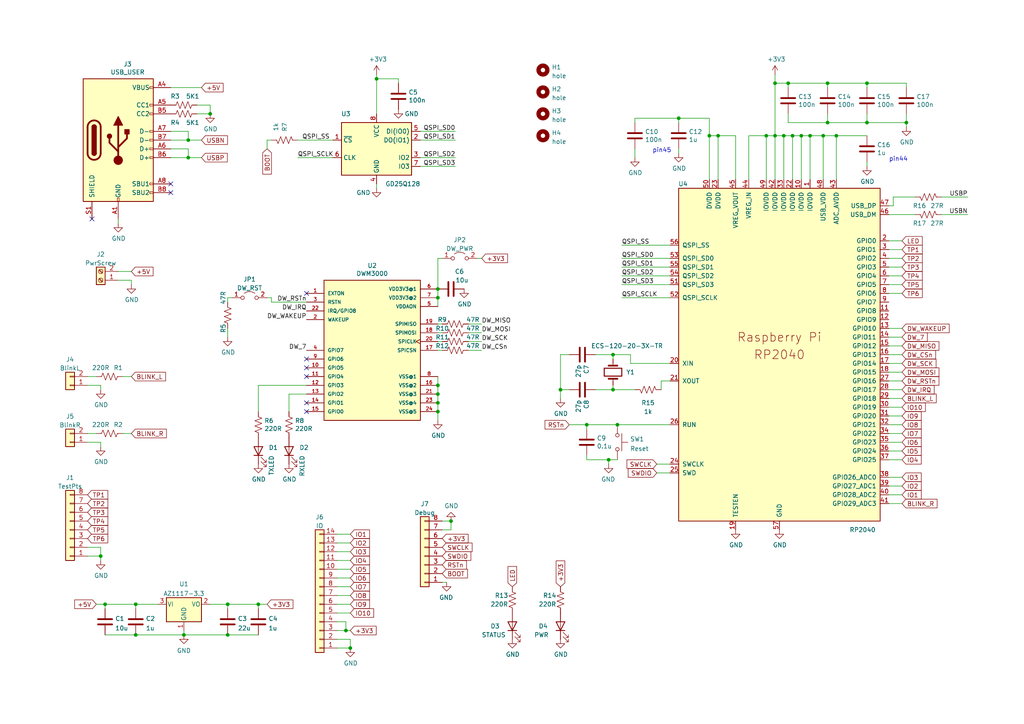
<source format=kicad_sch>
(kicad_sch (version 20211123) (generator eeschema)
  (paper "A4")
  (junction (at 251.46 35.56))
  (junction (at 39.37 175.26))
  (junction (at 127 86.36))
  (junction (at 205.74 39.37))
  (junction (at 127 111.76))
  (junction (at 179.07 123.19))
  (junction (at 74.93 175.26))
  (junction (at 224.79 24.13))
  (junction (at 229.87 39.37))
  (junction (at 238.76 39.37))
  (junction (at 101.6 187.96))
  (junction (at 66.04 184.15))
  (junction (at 242.57 39.37))
  (junction (at 222.25 39.37))
  (junction (at 54.61 45.72))
  (junction (at 127 116.84))
  (junction (at 162.56 113.03))
  (junction (at 30.48 175.26))
  (junction (at 109.22 22.86))
  (junction (at 53.34 184.15))
  (junction (at 100.33 182.88))
  (junction (at 240.03 24.13))
  (junction (at 224.79 39.37))
  (junction (at 60.96 33.02))
  (junction (at 127 83.82))
  (junction (at 54.61 40.64))
  (junction (at 127 114.3))
  (junction (at 228.6 24.13))
  (junction (at 232.41 39.37))
  (junction (at 130.81 151.13))
  (junction (at 227.33 39.37))
  (junction (at 262.89 35.56))
  (junction (at 39.37 184.15))
  (junction (at 208.28 39.37))
  (junction (at 196.85 34.29))
  (junction (at 240.03 35.56))
  (junction (at 127 119.38))
  (junction (at 176.53 133.35))
  (junction (at 66.04 175.26))
  (junction (at 177.8 113.03))
  (junction (at 177.8 102.87))
  (junction (at 170.18 123.19))
  (junction (at 251.46 24.13))
  (junction (at 234.95 39.37))
  (junction (at 29.21 161.29))
  (no_connect (at 26.67 63.5))
  (no_connect (at 88.9 85.09))
  (no_connect (at 88.9 104.14))
  (no_connect (at 88.9 116.84))
  (no_connect (at 88.9 119.38))
  (no_connect (at 49.53 53.34))
  (no_connect (at 88.9 109.22))
  (no_connect (at 88.9 106.68))
  (no_connect (at 49.53 55.88))
  (wire (pts (xy 66.04 95.25) (xy 66.04 97.79)))
  (wire (pts (xy 39.37 184.15) (xy 53.34 184.15)))
  (wire (pts (xy 196.85 35.56) (xy 196.85 34.29)))
  (wire (pts (xy 109.22 53.34) (xy 109.22 54.61)))
  (wire (pts (xy 232.41 39.37) (xy 234.95 39.37)))
  (wire (pts (xy 240.03 24.13) (xy 251.46 24.13)))
  (wire (pts (xy 49.53 25.4) (xy 58.42 25.4)))
  (wire (pts (xy 29.21 161.29) (xy 29.21 162.56)))
  (wire (pts (xy 25.4 109.22) (xy 27.94 109.22)))
  (wire (pts (xy 194.31 105.41) (xy 182.88 105.41)))
  (wire (pts (xy 60.96 33.02) (xy 57.15 33.02)))
  (wire (pts (xy 196.85 34.29) (xy 205.74 34.29)))
  (wire (pts (xy 162.56 102.87) (xy 165.1 102.87)))
  (wire (pts (xy 262.89 33.02) (xy 262.89 35.56)))
  (wire (pts (xy 74.93 175.26) (xy 74.93 176.53)))
  (wire (pts (xy 97.79 180.34) (xy 100.33 180.34)))
  (wire (pts (xy 251.46 24.13) (xy 262.89 24.13)))
  (wire (pts (xy 97.79 167.64) (xy 101.6 167.64)))
  (wire (pts (xy 25.4 158.75) (xy 29.21 158.75)))
  (wire (pts (xy 86.36 40.64) (xy 96.52 40.64)))
  (wire (pts (xy 257.81 100.33) (xy 261.62 100.33)))
  (wire (pts (xy 127 109.22) (xy 127 111.76)))
  (wire (pts (xy 242.57 39.37) (xy 242.57 52.07)))
  (wire (pts (xy 257.81 120.65) (xy 261.62 120.65)))
  (wire (pts (xy 257.81 97.79) (xy 261.62 97.79)))
  (wire (pts (xy 54.61 43.18) (xy 54.61 45.72)))
  (wire (pts (xy 54.61 45.72) (xy 58.42 45.72)))
  (wire (pts (xy 128.27 99.06) (xy 127 99.06)))
  (wire (pts (xy 224.79 24.13) (xy 224.79 39.37)))
  (wire (pts (xy 194.31 86.36) (xy 180.34 86.36)))
  (wire (pts (xy 232.41 52.07) (xy 232.41 39.37)))
  (wire (pts (xy 29.21 128.27) (xy 29.21 129.54)))
  (wire (pts (xy 97.79 162.56) (xy 101.6 162.56)))
  (wire (pts (xy 180.34 80.01) (xy 194.31 80.01)))
  (wire (pts (xy 176.53 133.35) (xy 176.53 134.62)))
  (wire (pts (xy 170.18 132.08) (xy 170.18 133.35)))
  (wire (pts (xy 35.56 125.73) (xy 38.1 125.73)))
  (wire (pts (xy 194.31 71.12) (xy 180.34 71.12)))
  (wire (pts (xy 228.6 25.4) (xy 228.6 24.13)))
  (wire (pts (xy 217.17 39.37) (xy 222.25 39.37)))
  (wire (pts (xy 190.5 137.16) (xy 194.31 137.16)))
  (wire (pts (xy 127 74.93) (xy 127 83.82)))
  (wire (pts (xy 162.56 113.03) (xy 165.1 113.03)))
  (wire (pts (xy 262.89 25.4) (xy 262.89 24.13)))
  (wire (pts (xy 184.15 34.29) (xy 184.15 35.56)))
  (wire (pts (xy 127 83.82) (xy 127 86.36)))
  (wire (pts (xy 39.37 175.26) (xy 30.48 175.26)))
  (wire (pts (xy 77.47 86.36) (xy 78.74 86.36)))
  (wire (pts (xy 135.89 99.06) (xy 139.7 99.06)))
  (wire (pts (xy 259.08 59.69) (xy 259.08 57.15)))
  (wire (pts (xy 39.37 175.26) (xy 39.37 176.53)))
  (wire (pts (xy 257.81 146.05) (xy 261.62 146.05)))
  (wire (pts (xy 257.81 102.87) (xy 261.62 102.87)))
  (wire (pts (xy 240.03 35.56) (xy 228.6 35.56)))
  (wire (pts (xy 257.81 82.55) (xy 261.62 82.55)))
  (wire (pts (xy 177.8 102.87) (xy 182.88 102.87)))
  (wire (pts (xy 257.81 133.35) (xy 261.62 133.35)))
  (wire (pts (xy 208.28 52.07) (xy 208.28 39.37)))
  (wire (pts (xy 257.81 85.09) (xy 261.62 85.09)))
  (wire (pts (xy 208.28 39.37) (xy 205.74 39.37)))
  (wire (pts (xy 257.81 69.85) (xy 261.62 69.85)))
  (wire (pts (xy 34.29 63.5) (xy 34.29 64.77)))
  (wire (pts (xy 97.79 177.8) (xy 101.6 177.8)))
  (wire (pts (xy 190.5 134.62) (xy 194.31 134.62)))
  (wire (pts (xy 176.53 133.35) (xy 179.07 133.35)))
  (wire (pts (xy 177.8 113.03) (xy 177.8 111.76)))
  (wire (pts (xy 138.43 74.93) (xy 139.7 74.93)))
  (wire (pts (xy 172.72 102.87) (xy 177.8 102.87)))
  (wire (pts (xy 238.76 52.07) (xy 238.76 39.37)))
  (wire (pts (xy 257.81 62.23) (xy 265.43 62.23)))
  (wire (pts (xy 259.08 57.15) (xy 265.43 57.15)))
  (wire (pts (xy 97.79 175.26) (xy 101.6 175.26)))
  (wire (pts (xy 179.07 123.19) (xy 194.31 123.19)))
  (wire (pts (xy 234.95 39.37) (xy 234.95 52.07)))
  (wire (pts (xy 217.17 52.07) (xy 217.17 39.37)))
  (wire (pts (xy 182.88 102.87) (xy 182.88 105.41)))
  (wire (pts (xy 66.04 175.26) (xy 74.93 175.26)))
  (wire (pts (xy 130.81 151.13) (xy 128.27 151.13)))
  (wire (pts (xy 196.85 43.18) (xy 196.85 44.45)))
  (wire (pts (xy 251.46 46.99) (xy 251.46 48.26)))
  (wire (pts (xy 34.29 78.74) (xy 38.1 78.74)))
  (wire (pts (xy 27.94 175.26) (xy 30.48 175.26)))
  (wire (pts (xy 101.6 187.96) (xy 101.6 185.42)))
  (wire (pts (xy 229.87 52.07) (xy 229.87 39.37)))
  (wire (pts (xy 228.6 24.13) (xy 240.03 24.13)))
  (wire (pts (xy 273.05 62.23) (xy 280.67 62.23)))
  (wire (pts (xy 257.81 95.25) (xy 261.62 95.25)))
  (wire (pts (xy 229.87 39.37) (xy 232.41 39.37)))
  (wire (pts (xy 49.53 45.72) (xy 54.61 45.72)))
  (wire (pts (xy 57.15 30.48) (xy 60.96 30.48)))
  (wire (pts (xy 109.22 21.59) (xy 109.22 22.86)))
  (wire (pts (xy 257.81 118.11) (xy 261.62 118.11)))
  (wire (pts (xy 184.15 43.18) (xy 184.15 45.72)))
  (wire (pts (xy 25.4 161.29) (xy 29.21 161.29)))
  (wire (pts (xy 251.46 33.02) (xy 251.46 35.56)))
  (wire (pts (xy 115.57 22.86) (xy 109.22 22.86)))
  (wire (pts (xy 251.46 35.56) (xy 240.03 35.56)))
  (wire (pts (xy 191.77 113.03) (xy 191.77 110.49)))
  (wire (pts (xy 30.48 184.15) (xy 39.37 184.15)))
  (wire (pts (xy 83.82 114.3) (xy 83.82 119.38)))
  (wire (pts (xy 25.4 125.73) (xy 27.94 125.73)))
  (wire (pts (xy 29.21 111.76) (xy 29.21 113.03)))
  (wire (pts (xy 127 101.6) (xy 128.27 101.6)))
  (wire (pts (xy 127 96.52) (xy 128.27 96.52)))
  (wire (pts (xy 88.9 87.63) (xy 78.74 87.63)))
  (wire (pts (xy 240.03 25.4) (xy 240.03 24.13)))
  (wire (pts (xy 127 119.38) (xy 127 121.92)))
  (wire (pts (xy 38.1 81.28) (xy 38.1 82.55)))
  (wire (pts (xy 139.7 101.6) (xy 135.89 101.6)))
  (wire (pts (xy 257.81 110.49) (xy 261.62 110.49)))
  (wire (pts (xy 135.89 93.98) (xy 139.7 93.98)))
  (wire (pts (xy 74.93 111.76) (xy 74.93 119.38)))
  (wire (pts (xy 262.89 35.56) (xy 251.46 35.56)))
  (wire (pts (xy 97.79 160.02) (xy 101.6 160.02)))
  (wire (pts (xy 227.33 39.37) (xy 229.87 39.37)))
  (wire (pts (xy 97.79 170.18) (xy 101.6 170.18)))
  (wire (pts (xy 213.36 39.37) (xy 208.28 39.37)))
  (wire (pts (xy 213.36 52.07) (xy 213.36 39.37)))
  (wire (pts (xy 180.34 74.93) (xy 194.31 74.93)))
  (wire (pts (xy 97.79 172.72) (xy 101.6 172.72)))
  (wire (pts (xy 97.79 182.88) (xy 100.33 182.88)))
  (wire (pts (xy 180.34 82.55) (xy 194.31 82.55)))
  (wire (pts (xy 128.27 74.93) (xy 127 74.93)))
  (wire (pts (xy 25.4 128.27) (xy 29.21 128.27)))
  (wire (pts (xy 86.36 45.72) (xy 96.52 45.72)))
  (wire (pts (xy 121.92 38.1) (xy 132.08 38.1)))
  (wire (pts (xy 257.81 80.01) (xy 261.62 80.01)))
  (wire (pts (xy 30.48 175.26) (xy 30.48 176.53)))
  (wire (pts (xy 172.72 113.03) (xy 177.8 113.03)))
  (wire (pts (xy 262.89 35.56) (xy 262.89 36.83)))
  (wire (pts (xy 257.81 77.47) (xy 261.62 77.47)))
  (wire (pts (xy 66.04 175.26) (xy 66.04 176.53)))
  (wire (pts (xy 242.57 39.37) (xy 251.46 39.37)))
  (wire (pts (xy 67.31 86.36) (xy 66.04 86.36)))
  (wire (pts (xy 77.47 40.64) (xy 78.74 40.64)))
  (wire (pts (xy 115.57 24.13) (xy 115.57 22.86)))
  (wire (pts (xy 121.92 48.26) (xy 132.08 48.26)))
  (wire (pts (xy 128.27 153.67) (xy 130.81 153.67)))
  (wire (pts (xy 121.92 45.72) (xy 132.08 45.72)))
  (wire (pts (xy 29.21 158.75) (xy 29.21 161.29)))
  (wire (pts (xy 273.05 57.15) (xy 280.67 57.15)))
  (wire (pts (xy 97.79 154.94) (xy 101.6 154.94)))
  (wire (pts (xy 222.25 39.37) (xy 224.79 39.37)))
  (wire (pts (xy 100.33 180.34) (xy 100.33 182.88)))
  (wire (pts (xy 109.22 22.86) (xy 109.22 33.02)))
  (wire (pts (xy 49.53 43.18) (xy 54.61 43.18)))
  (wire (pts (xy 257.81 113.03) (xy 261.62 113.03)))
  (wire (pts (xy 128.27 168.91) (xy 129.54 168.91)))
  (wire (pts (xy 240.03 33.02) (xy 240.03 35.56)))
  (wire (pts (xy 139.7 96.52) (xy 135.89 96.52)))
  (wire (pts (xy 34.29 81.28) (xy 38.1 81.28)))
  (wire (pts (xy 170.18 123.19) (xy 179.07 123.19)))
  (wire (pts (xy 83.82 114.3) (xy 88.9 114.3)))
  (wire (pts (xy 257.81 74.93) (xy 261.62 74.93)))
  (wire (pts (xy 66.04 86.36) (xy 66.04 87.63)))
  (wire (pts (xy 127 114.3) (xy 127 111.76)))
  (wire (pts (xy 170.18 123.19) (xy 170.18 124.46)))
  (wire (pts (xy 257.81 105.41) (xy 261.62 105.41)))
  (wire (pts (xy 49.53 38.1) (xy 54.61 38.1)))
  (wire (pts (xy 257.81 128.27) (xy 261.62 128.27)))
  (wire (pts (xy 165.1 123.19) (xy 170.18 123.19)))
  (wire (pts (xy 162.56 102.87) (xy 162.56 113.03)))
  (wire (pts (xy 257.81 115.57) (xy 261.62 115.57)))
  (wire (pts (xy 60.96 175.26) (xy 66.04 175.26)))
  (wire (pts (xy 257.81 138.43) (xy 261.62 138.43)))
  (wire (pts (xy 177.8 102.87) (xy 177.8 104.14)))
  (wire (pts (xy 130.81 153.67) (xy 130.81 151.13)))
  (wire (pts (xy 170.18 133.35) (xy 176.53 133.35)))
  (wire (pts (xy 251.46 25.4) (xy 251.46 24.13)))
  (wire (pts (xy 66.04 184.15) (xy 74.93 184.15)))
  (wire (pts (xy 257.81 72.39) (xy 261.62 72.39)))
  (wire (pts (xy 97.79 165.1) (xy 101.6 165.1)))
  (wire (pts (xy 97.79 157.48) (xy 101.6 157.48)))
  (wire (pts (xy 222.25 52.07) (xy 222.25 39.37)))
  (wire (pts (xy 162.56 113.03) (xy 162.56 115.57)))
  (wire (pts (xy 257.81 143.51) (xy 261.62 143.51)))
  (wire (pts (xy 224.79 24.13) (xy 228.6 24.13)))
  (wire (pts (xy 227.33 52.07) (xy 227.33 39.37)))
  (wire (pts (xy 234.95 39.37) (xy 238.76 39.37)))
  (wire (pts (xy 100.33 182.88) (xy 101.6 182.88)))
  (wire (pts (xy 224.79 39.37) (xy 227.33 39.37)))
  (wire (pts (xy 205.74 34.29) (xy 205.74 39.37)))
  (wire (pts (xy 53.34 182.88) (xy 53.34 184.15)))
  (wire (pts (xy 224.79 21.59) (xy 224.79 24.13)))
  (wire (pts (xy 228.6 33.02) (xy 228.6 35.56)))
  (wire (pts (xy 257.81 59.69) (xy 259.08 59.69)))
  (wire (pts (xy 238.76 39.37) (xy 242.57 39.37)))
  (wire (pts (xy 74.93 175.26) (xy 77.47 175.26)))
  (wire (pts (xy 257.81 125.73) (xy 261.62 125.73)))
  (wire (pts (xy 53.34 184.15) (xy 66.04 184.15)))
  (wire (pts (xy 54.61 40.64) (xy 58.42 40.64)))
  (wire (pts (xy 257.81 130.81) (xy 261.62 130.81)))
  (wire (pts (xy 205.74 39.37) (xy 205.74 52.07)))
  (wire (pts (xy 54.61 38.1) (xy 54.61 40.64)))
  (wire (pts (xy 121.92 40.64) (xy 132.08 40.64)))
  (wire (pts (xy 127 86.36) (xy 127 88.9)))
  (wire (pts (xy 180.34 77.47) (xy 194.31 77.47)))
  (wire (pts (xy 49.53 40.64) (xy 54.61 40.64)))
  (wire (pts (xy 74.93 111.76) (xy 88.9 111.76)))
  (wire (pts (xy 97.79 187.96) (xy 101.6 187.96)))
  (wire (pts (xy 35.56 109.22) (xy 38.1 109.22)))
  (wire (pts (xy 177.8 113.03) (xy 184.15 113.03)))
  (wire (pts (xy 97.79 185.42) (xy 101.6 185.42)))
  (wire (pts (xy 127 116.84) (xy 127 114.3)))
  (wire (pts (xy 257.81 107.95) (xy 261.62 107.95)))
  (wire (pts (xy 257.81 140.97) (xy 261.62 140.97)))
  (wire (pts (xy 127 119.38) (xy 127 116.84)))
  (wire (pts (xy 78.74 87.63) (xy 78.74 86.36)))
  (wire (pts (xy 128.27 93.98) (xy 127 93.98)))
  (wire (pts (xy 196.85 34.29) (xy 184.15 34.29)))
  (wire (pts (xy 60.96 30.48) (xy 60.96 33.02)))
  (wire (pts (xy 25.4 111.76) (xy 29.21 111.76)))
  (wire (pts (xy 257.81 123.19) (xy 261.62 123.19)))
  (wire (pts (xy 224.79 52.07) (xy 224.79 39.37)))
  (wire (pts (xy 77.47 40.64) (xy 77.47 43.18)))
  (wire (pts (xy 191.77 110.49) (xy 194.31 110.49)))
  (wire (pts (xy 45.72 175.26) (xy 39.37 175.26)))
  (text "pin44" (at 257.81 46.99 0) (effects (font (size 1.27 1.27)) (justify left bottom)))
  (text "pin45" (at 189.23 44.45 0) (effects (font (size 1.27 1.27)) (justify left bottom)))
  (label "DW_7" (at 88.9 101.6 180))
  (label "USBP" (at 280.67 57.15 180))
  (label "DW_MISO" (at 139.7 93.98 0))
  (label "DW_WAKEUP" (at 88.9 92.71 180))
  (label "QSPI_SD0" (at 180.34 74.93 0))
  (label "QSPI_SS" (at 87.63 40.64 0))
  (label "DW_RSTn" (at 88.9 87.63 180))
  (label "QSPI_SD3" (at 180.34 82.55 0))
  (label "QSPI_SD3" (at 132.08 48.26 180))
  (label "QSPI_SD1" (at 132.08 40.64 180))
  (label "QSPI_SCLK" (at 180.34 86.36 0))
  (label "QSPI_SD2" (at 180.34 80.01 0))
  (label "QSPI_SCLK" (at 86.36 45.72 0))
  (label "DW_CSn" (at 139.7 101.6 0))
  (label "DW_IRQ" (at 88.9 90.17 180))
  (label "DW_MOSI" (at 139.7 96.52 0))
  (label "QSPI_SS" (at 180.34 71.12 0))
  (label "QSPI_SD1" (at 180.34 77.47 0))
  (label "DW_SCK" (at 139.7 99.06 0))
  (label "USBN" (at 280.67 62.23 180))
  (label "QSPI_SD0" (at 132.08 38.1 180))
  (label "QSPI_SD2" (at 132.08 45.72 180))
  (global_label "IO5" (shape input) (at 261.62 130.81 0) (property "Intersheet References" "${INTERSHEET_REFS}" (effects hide)))
  (global_label "DW_MOSI" (shape input) (at 261.62 107.95 0) (property "Intersheet References" "${INTERSHEET_REFS}" (effects hide)))
  (global_label "TP3" (shape input) (at 25.4 148.59 0) (property "Intersheet References" "${INTERSHEET_REFS}" (effects hide)))
  (global_label "+3V3" (shape input) (at 139.7 74.93 0) (property "Intersheet References" "${INTERSHEET_REFS}" (effects hide)))
  (global_label "USBP" (shape input) (at 58.42 45.72 0) (property "Intersheet References" "${INTERSHEET_REFS}" (effects hide)))
  (global_label "+5V" (shape input) (at 38.1 78.74 0) (property "Intersheet References" "${INTERSHEET_REFS}" (effects hide)))
  (global_label "TP5" (shape input) (at 25.4 153.67 0) (property "Intersheet References" "${INTERSHEET_REFS}" (effects hide)))
  (global_label "BOOT" (shape input) (at 128.27 166.37 0) (property "Intersheet References" "${INTERSHEET_REFS}" (effects hide)))
  (global_label "DW_IRQ" (shape input) (at 261.62 113.03 0) (property "Intersheet References" "${INTERSHEET_REFS}" (effects hide)))
  (global_label "IO6" (shape input) (at 261.62 128.27 0) (property "Intersheet References" "${INTERSHEET_REFS}" (effects hide)))
  (global_label "+3V3" (shape input) (at 101.6 182.88 0) (property "Intersheet References" "${INTERSHEET_REFS}" (effects hide)))
  (global_label "TP1" (shape input) (at 25.4 143.51 0) (property "Intersheet References" "${INTERSHEET_REFS}" (effects hide)))
  (global_label "+5V" (shape input) (at 27.94 175.26 180) (property "Intersheet References" "${INTERSHEET_REFS}" (effects hide)))
  (global_label "SWCLK" (shape input) (at 128.27 158.75 0) (property "Intersheet References" "${INTERSHEET_REFS}" (effects hide)))
  (global_label "IO6" (shape input) (at 101.6 167.64 0) (property "Intersheet References" "${INTERSHEET_REFS}" (effects hide)))
  (global_label "IO8" (shape input) (at 261.62 123.19 0) (property "Intersheet References" "${INTERSHEET_REFS}" (effects hide)))
  (global_label "IO3" (shape input) (at 101.6 160.02 0) (property "Intersheet References" "${INTERSHEET_REFS}" (effects hide)))
  (global_label "IO2" (shape input) (at 101.6 157.48 0) (property "Intersheet References" "${INTERSHEET_REFS}" (effects hide)))
  (global_label "SWDIO" (shape input) (at 128.27 161.29 0) (property "Intersheet References" "${INTERSHEET_REFS}" (effects hide)))
  (global_label "TP5" (shape input) (at 261.62 82.55 0) (property "Intersheet References" "${INTERSHEET_REFS}" (effects hide)))
  (global_label "LED" (shape input) (at 148.59 170.18 90) (property "Intersheet References" "${INTERSHEET_REFS}" (effects hide)))
  (global_label "IO1" (shape input) (at 261.62 143.51 0) (property "Intersheet References" "${INTERSHEET_REFS}" (effects hide)))
  (global_label "DW_RSTn" (shape input) (at 261.62 110.49 0) (property "Intersheet References" "${INTERSHEET_REFS}" (effects hide)))
  (global_label "DW_WAKEUP" (shape input) (at 261.62 95.25 0) (property "Intersheet References" "${INTERSHEET_REFS}" (effects hide)))
  (global_label "+3V3" (shape input) (at 128.27 156.21 0) (property "Intersheet References" "${INTERSHEET_REFS}" (effects hide)))
  (global_label "TP4" (shape input) (at 25.4 151.13 0) (property "Intersheet References" "${INTERSHEET_REFS}" (effects hide)))
  (global_label "BLINK_L" (shape input) (at 38.1 109.22 0) (property "Intersheet References" "${INTERSHEET_REFS}" (effects hide)))
  (global_label "RSTn" (shape input) (at 165.1 123.19 180) (property "Intersheet References" "${INTERSHEET_REFS}" (effects hide)))
  (global_label "BLINK_R" (shape input) (at 38.1 125.73 0) (property "Intersheet References" "${INTERSHEET_REFS}" (effects hide)))
  (global_label "IO7" (shape input) (at 101.6 170.18 0) (property "Intersheet References" "${INTERSHEET_REFS}" (effects hide)))
  (global_label "SWCLK" (shape input) (at 190.5 134.62 180) (property "Intersheet References" "${INTERSHEET_REFS}" (effects hide)))
  (global_label "DW_SCK" (shape input) (at 261.62 105.41 0) (property "Intersheet References" "${INTERSHEET_REFS}" (effects hide)))
  (global_label "+3V3" (shape input) (at 77.47 175.26 0) (property "Intersheet References" "${INTERSHEET_REFS}" (effects hide)))
  (global_label "TP2" (shape input) (at 261.62 74.93 0) (property "Intersheet References" "${INTERSHEET_REFS}" (effects hide)))
  (global_label "+5V" (shape input) (at 58.42 25.4 0) (property "Intersheet References" "${INTERSHEET_REFS}" (effects hide)))
  (global_label "TP1" (shape input) (at 261.62 72.39 0) (property "Intersheet References" "${INTERSHEET_REFS}" (effects hide)))
  (global_label "IO7" (shape input) (at 261.62 125.73 0) (property "Intersheet References" "${INTERSHEET_REFS}" (effects hide)))
  (global_label "+3V3" (shape input) (at 162.56 170.18 90) (property "Intersheet References" "${INTERSHEET_REFS}" (effects hide)))
  (global_label "BLINK_L" (shape input) (at 261.62 115.57 0) (property "Intersheet References" "${INTERSHEET_REFS}" (effects hide)))
  (global_label "IO10" (shape input) (at 101.6 177.8 0) (property "Intersheet References" "${INTERSHEET_REFS}" (effects hide)))
  (global_label "IO8" (shape input) (at 101.6 172.72 0) (property "Intersheet References" "${INTERSHEET_REFS}" (effects hide)))
  (global_label "IO2" (shape input) (at 261.62 140.97 0) (property "Intersheet References" "${INTERSHEET_REFS}" (effects hide)))
  (global_label "TP2" (shape input) (at 25.4 146.05 0) (property "Intersheet References" "${INTERSHEET_REFS}" (effects hide)))
  (global_label "BLINK_R" (shape input) (at 261.62 146.05 0) (property "Intersheet References" "${INTERSHEET_REFS}" (effects hide)))
  (global_label "LED" (shape input) (at 261.62 69.85 0) (property "Intersheet References" "${INTERSHEET_REFS}" (effects hide)))
  (global_label "DW_CSn" (shape input) (at 261.62 102.87 0) (property "Intersheet References" "${INTERSHEET_REFS}" (effects hide)))
  (global_label "TP4" (shape input) (at 261.62 80.01 0) (property "Intersheet References" "${INTERSHEET_REFS}" (effects hide)))
  (global_label "USBN" (shape input) (at 58.42 40.64 0) (property "Intersheet References" "${INTERSHEET_REFS}" (effects hide)))
  (global_label "BOOT" (shape input) (at 77.47 43.18 270) (property "Intersheet References" "${INTERSHEET_REFS}" (effects hide)))
  (global_label "RSTn" (shape input) (at 128.27 163.83 0) (property "Intersheet References" "${INTERSHEET_REFS}" (effects hide)))
  (global_label "TP6" (shape input) (at 25.4 156.21 0) (property "Intersheet References" "${INTERSHEET_REFS}" (effects hide)))
  (global_label "TP6" (shape input) (at 261.62 85.09 0) (property "Intersheet References" "${INTERSHEET_REFS}" (effects hide)))
  (global_label "IO9" (shape input) (at 101.6 175.26 0) (property "Intersheet References" "${INTERSHEET_REFS}" (effects hide)))
  (global_label "IO1" (shape input) (at 101.6 154.94 0) (property "Intersheet References" "${INTERSHEET_REFS}" (effects hide)))
  (global_label "DW_7" (shape input) (at 261.62 97.79 0) (property "Intersheet References" "${INTERSHEET_REFS}" (effects hide)))
  (global_label "TP3" (shape input) (at 261.62 77.47 0) (property "Intersheet References" "${INTERSHEET_REFS}" (effects hide)))
  (global_label "IO4" (shape input) (at 261.62 133.35 0) (property "Intersheet References" "${INTERSHEET_REFS}" (effects hide)))
  (global_label "IO10" (shape input) (at 261.62 118.11 0) (property "Intersheet References" "${INTERSHEET_REFS}" (effects hide)))
  (global_label "IO3" (shape input) (at 261.62 138.43 0) (property "Intersheet References" "${INTERSHEET_REFS}" (effects hide)))
  (global_label "DW_MISO" (shape input) (at 261.62 100.33 0) (property "Intersheet References" "${INTERSHEET_REFS}" (effects hide)))
  (global_label "SWDIO" (shape input) (at 190.5 137.16 180) (property "Intersheet References" "${INTERSHEET_REFS}" (effects hide)))
  (global_label "IO4" (shape input) (at 101.6 162.56 0) (property "Intersheet References" "${INTERSHEET_REFS}" (effects hide)))
  (global_label "IO5" (shape input) (at 101.6 165.1 0) (property "Intersheet References" "${INTERSHEET_REFS}" (effects hide)))
  (global_label "IO9" (shape input) (at 261.62 120.65 0) (property "Intersheet References" "${INTERSHEET_REFS}" (effects hide)))
  (symbol (lib_id "power:GND") (at 29.21 113.03 0) (unit 1)
    (property "Reference" "#PWR04" (effects hide))
    (property "Value" "GND" (at 29.337 117.4242 0))
  )
  (symbol (lib_id "Mechanical:MountingHole") (at 157.48 26.67 0) (unit 1)
    (property "Reference" "H2" (at 160.02 25.8353 0) (effects (justify left)))
    (property "Value" "hole" (at 160.02 28.3722 0) (effects (justify left)))
    (property "Footprint" "MountingHole:MountingHole_3.2mm_M3_Pad_Via" (effects hide))
  )
  (symbol (lib_id "power:+3V3") (at 109.22 21.59 0) (unit 1)
    (property "Reference" "#PWR012" (effects hide))
    (property "Value" "+3V3" (at 109.601 17.1958 0))
  )
  (symbol (lib_id "Device:C") (at 228.6 29.21 0) (unit 1)
    (property "Reference" "C13" (at 231.521 28.0416 0) (effects (justify left)))
    (property "Value" "100n" (at 231.521 30.353 0) (effects (justify left)))
    (property "Footprint" "Capacitor_SMD:C_0603_1608Metric" (effects hide))
  )
  (symbol (lib_id "Device:R_US") (at 53.34 30.48 90) (unit 1)
    (property "Reference" "R3" (at 50.8 27.94 90))
    (property "Value" "5K1" (at 55.88 27.94 90))
    (property "Footprint" "Resistor_SMD:R_0603_1608Metric" (effects hide))
  )
  (symbol (lib_id "power:GND") (at 115.57 31.75 0) (unit 1)
    (property "Reference" "#PWR014" (effects hide))
    (property "Value" "GND" (at 119.38 33.02 0))
  )
  (symbol (lib_id "Mechanical:MountingHole") (at 157.48 39.37 0) (unit 1)
    (property "Reference" "H4" (at 160.02 38.5353 0) (effects (justify left)))
    (property "Value" "hole" (at 160.02 41.0722 0) (effects (justify left)))
    (property "Footprint" "MountingHole:MountingHole_3.2mm_M3_Pad_Via" (effects hide))
  )
  (symbol (lib_id "power:GND") (at 184.15 45.72 0) (unit 1)
    (property "Reference" "#PWR023" (effects hide))
    (property "Value" "GND" (at 184.277 50.1142 0))
  )
  (symbol (lib_id "Device:LED") (at 162.56 181.61 90) (unit 1)
    (property "Reference" "D4" (at 156.21 181.61 90) (effects (justify right)))
    (property "Value" "PWR" (at 154.94 184.15 90) (effects (justify right)))
    (property "Footprint" "LED_SMD:LED_0805_2012Metric" (effects hide))
  )
  (symbol (lib_id "Device:R_US") (at 53.34 33.02 90) (unit 1)
    (property "Reference" "R4" (at 50.8 35.56 90))
    (property "Value" "5K1" (at 55.88 35.56 90))
    (property "Footprint" "Resistor_SMD:R_0603_1608Metric" (effects hide))
  )
  (symbol (lib_id "Device:C") (at 240.03 29.21 0) (unit 1)
    (property "Reference" "C14" (at 242.951 28.0416 0) (effects (justify left)))
    (property "Value" "100n" (at 242.951 30.353 0) (effects (justify left)))
    (property "Footprint" "Capacitor_SMD:C_0603_1608Metric" (effects hide))
  )
  (symbol (lib_id "power:GND") (at 74.93 134.62 0) (unit 1)
    (property "Reference" "#PWR09" (effects hide))
    (property "Value" "GND" (at 75.057 139.0142 0))
  )
  (symbol (lib_id "Mechanical:MountingHole") (at 157.48 20.32 0) (unit 1)
    (property "Reference" "H1" (at 160.02 19.4853 0) (effects (justify left)))
    (property "Value" "hole" (at 160.02 22.0222 0) (effects (justify left)))
    (property "Footprint" "MountingHole:MountingHole_3.2mm_M3_Pad_Via" (effects hide))
  )
  (symbol (lib_id "Device:R_US") (at 66.04 91.44 0) (unit 1)
    (property "Reference" "R5" (at 64.77 95.25 90))
    (property "Value" "47R" (at 64.77 86.36 90))
    (property "Footprint" "Resistor_SMD:R_0603_1608Metric" (effects hide))
  )
  (symbol (lib_id "power:GND") (at 251.46 48.26 0) (unit 1)
    (property "Reference" "#PWR028" (effects hide))
    (property "Value" "GND" (at 251.587 52.6542 0))
  )
  (symbol (lib_id "Switch:SW_Push") (at 179.07 128.27 270) (unit 1)
    (property "Reference" "SW1" (at 182.753 127.3615 90) (effects (justify left)))
    (property "Value" "Reset" (at 182.753 130.1366 90) (effects (justify left)))
    (property "Footprint" "Button_Switch_SMD:SW_SPST_PTS810" (effects hide))
  )
  (symbol (lib_id "Device:C") (at 262.89 29.21 0) (unit 1)
    (property "Reference" "C17" (at 265.811 28.0416 0) (effects (justify left)))
    (property "Value" "100n" (at 265.811 30.353 0) (effects (justify left)))
    (property "Footprint" "Capacitor_SMD:C_0603_1608Metric" (effects hide))
  )
  (symbol (lib_id "DWM3000:DWM3000") (at 106.68 101.6 0) (unit 1)
    (property "Reference" "U2" (at 107.95 77.0382 0))
    (property "Value" "DWM3000" (at 107.95 79.3496 0))
    (property "Footprint" "DWM3000:DWM3000" (effects hide))
    (property "MANUFACTURER" "Decawave" (effects hide))
  )
  (symbol (lib_id "Device:C") (at 168.91 113.03 270) (unit 1)
    (property "Reference" "C8" (at 170.0784 115.951 0) (effects (justify left)))
    (property "Value" "27p" (at 167.767 115.951 0) (effects (justify left)))
    (property "Footprint" "Capacitor_SMD:C_0603_1608Metric" (effects hide))
  )
  (symbol (lib_id "Device:R_US") (at 132.08 96.52 270) (unit 1)
    (property "Reference" "R10" (at 128.27 95.25 90))
    (property "Value" "47R" (at 137.16 95.25 90))
    (property "Footprint" "Resistor_SMD:R_0603_1608Metric" (effects hide))
  )
  (symbol (lib_id "Connector_Generic:Conn_01x02") (at 20.32 111.76 180) (unit 1)
    (property "Reference" "J4" (at 20.32 104.2502 0))
    (property "Value" "BlinkL" (at 20.32 106.7871 0))
    (property "Footprint" "Connector_PinHeader_2.54mm:PinHeader_1x02_P2.54mm_Vertical" (effects hide))
  )
  (symbol (lib_id "Connector_Generic:Conn_01x14") (at 92.71 172.72 180) (unit 1)
    (property "Reference" "J6" (at 92.71 149.9702 0))
    (property "Value" "IO" (at 92.71 152.5071 0))
    (property "Footprint" "Connector_PinHeader_2.54mm:PinHeader_1x14_P2.54mm_Vertical" (effects hide))
  )
  (symbol (lib_id "Device:C") (at 196.85 39.37 0) (unit 1)
    (property "Reference" "C12" (at 199.771 38.2016 0) (effects (justify left)))
    (property "Value" "1u" (at 199.771 40.513 0) (effects (justify left)))
    (property "Footprint" "Capacitor_SMD:C_0603_1608Metric" (effects hide))
  )
  (symbol (lib_id "power:GND") (at 162.56 185.42 0) (unit 1)
    (property "Reference" "#PWR021" (effects hide))
    (property "Value" "GND" (at 162.687 189.8142 0))
  )
  (symbol (lib_id "Device:Crystal") (at 177.8 107.95 270) (unit 1)
    (property "Reference" "Y1" (at 181.61 107.95 90) (effects (justify left)))
    (property "Value" "ECS-120-20-3X-TR" (at 171.45 100.33 90) (effects (justify left)))
    (property "Footprint" "ECS-120-20-3X-TR:XTAL_ECS-120-20-3X-TR" (effects hide))
  )
  (symbol (lib_id "Device:C") (at 251.46 29.21 0) (unit 1)
    (property "Reference" "C15" (at 254.381 28.0416 0) (effects (justify left)))
    (property "Value" "100n" (at 254.381 30.353 0) (effects (justify left)))
    (property "Footprint" "Capacitor_SMD:C_0603_1608Metric" (effects hide))
  )
  (symbol (lib_id "MCU_RaspberryPi_RP2040:RP2040") (at 226.06 102.87 0) (unit 1)
    (property "Reference" "U4" (at 198.12 53.34 0))
    (property "Value" "RP2040" (at 250.19 153.67 0))
    (property "Footprint" "RP2040:RP2040-QFN-56" (effects hide))
  )
  (symbol (lib_id "power:GND") (at 127 121.92 0) (unit 1)
    (property "Reference" "#PWR015" (effects hide))
    (property "Value" "GND" (at 127.127 126.3142 0))
  )
  (symbol (lib_id "power:GND") (at 162.56 115.57 0) (unit 1)
    (property "Reference" "#PWR020" (effects hide))
    (property "Value" "GND" (at 162.687 119.9642 0))
  )
  (symbol (lib_id "Connector:Screw_Terminal_01x02") (at 29.21 81.28 180) (unit 1)
    (property "Reference" "J2" (at 29.21 73.7702 0))
    (property "Value" "PwrScrew" (at 29.21 76.3071 0))
    (property "Footprint" "TerminalBlock_4Ucon:TerminalBlock_4Ucon_1x02_P3.50mm_Horizontal" (effects hide))
  )
  (symbol (lib_id "Device:R_US") (at 132.08 99.06 270) (unit 1)
    (property "Reference" "R11" (at 128.27 97.79 90))
    (property "Value" "47R" (at 137.16 97.79 90))
    (property "Footprint" "Resistor_SMD:R_0603_1608Metric" (effects hide))
  )
  (symbol (lib_id "Device:R_US") (at 187.96 113.03 270) (mirror x) (unit 1)
    (property "Reference" "R15" (at 187.96 116.84 90))
    (property "Value" "1k" (at 187.96 119.38 90))
    (property "Footprint" "Resistor_SMD:R_0603_1608Metric" (effects hide))
  )
  (symbol (lib_id "power:GND") (at 83.82 134.62 0) (unit 1)
    (property "Reference" "#PWR010" (effects hide))
    (property "Value" "GND" (at 83.947 139.0142 0))
  )
  (symbol (lib_id "Device:LED") (at 83.82 130.81 90) (unit 1)
    (property "Reference" "D2" (at 86.8172 129.8194 90) (effects (justify right)))
    (property "Value" "RXLED" (at 87.63 132.08 0) (effects (justify right)))
    (property "Footprint" "LED_SMD:LED_0805_2012Metric" (effects hide))
  )
  (symbol (lib_id "power:GND") (at 34.29 64.77 0) (unit 1)
    (property "Reference" "#PWR02" (effects hide))
    (property "Value" "GND" (at 34.417 69.1642 0))
  )
  (symbol (lib_id "Device:R_US") (at 148.59 173.99 0) (unit 1)
    (property "Reference" "R13" (at 143.51 172.72 0) (effects (justify left)))
    (property "Value" "220R" (at 142.24 175.26 0) (effects (justify left)))
    (property "Footprint" "Resistor_SMD:R_0603_1608Metric" (effects hide))
  )
  (symbol (lib_id "power:GND") (at 101.6 187.96 0) (unit 1)
    (property "Reference" "#PWR011" (effects hide))
    (property "Value" "GND" (at 101.727 192.3542 0))
  )
  (symbol (lib_id "Device:LED") (at 148.59 181.61 90) (unit 1)
    (property "Reference" "D3" (at 142.24 181.61 90) (effects (justify right)))
    (property "Value" "STATUS" (at 139.7 184.15 90) (effects (justify right)))
    (property "Footprint" "LED_SMD:LED_0805_2012Metric" (effects hide))
  )
  (symbol (lib_id "Device:C") (at 115.57 27.94 0) (unit 1)
    (property "Reference" "C5" (at 118.491 26.7716 0) (effects (justify left)))
    (property "Value" "100n" (at 118.491 29.083 0) (effects (justify left)))
    (property "Footprint" "Capacitor_SMD:C_0603_1608Metric" (effects hide))
  )
  (symbol (lib_id "Device:LED") (at 74.93 130.81 90) (unit 1)
    (property "Reference" "D1" (at 77.9272 129.8194 90) (effects (justify right)))
    (property "Value" "TXLED" (at 78.74 132.08 0) (effects (justify right)))
    (property "Footprint" "LED_SMD:LED_0805_2012Metric" (effects hide))
  )
  (symbol (lib_id "Connector:USB_C_Receptacle_USB2.0") (at 34.29 40.64 0) (unit 1)
    (property "Reference" "J3" (at 37.0078 18.6182 0))
    (property "Value" "USB_USER" (at 37.0078 20.9296 0))
    (property "Footprint" "USB_C_Receptacle_HRO_TYPE-C-31-M-12:USB_C_HRO-31-M-12_nofront" (effects hide))
    (property "Datasheet" "https://www.usb.org/sites/default/files/documents/usb_type-c.zip" (effects hide))
  )
  (symbol (lib_id "Device:C") (at 251.46 43.18 0) (unit 1)
    (property "Reference" "C16" (at 254.381 42.0116 0) (effects (justify left)))
    (property "Value" "1u" (at 254.381 44.323 0) (effects (justify left)))
    (property "Footprint" "Capacitor_SMD:C_0603_1608Metric" (effects hide))
  )
  (symbol (lib_id "Regulator_Linear:AZ1117-3.3") (at 53.34 175.26 0) (unit 1)
    (property "Reference" "U1" (at 53.34 169.3885 0))
    (property "Value" "AZ1117-3.3" (at 53.34 172.1636 0))
    (property "Footprint" "Package_TO_SOT_SMD:SOT-223-3_TabPin2" (effects hide))
    (property "Datasheet" "https://www.diodes.com/assets/Datasheets/AZ1117.pdf" (effects hide))
  )
  (symbol (lib_id "power:GND") (at 213.36 153.67 0) (unit 1)
    (property "Reference" "#PWR025" (effects hide))
    (property "Value" "GND" (at 213.487 158.0642 0))
  )
  (symbol (lib_id "Device:C") (at 39.37 180.34 0) (unit 1)
    (property "Reference" "C2" (at 42.291 179.4315 0) (effects (justify left)))
    (property "Value" "1u" (at 42.291 182.2066 0) (effects (justify left)))
    (property "Footprint" "Capacitor_SMD:C_0603_1608Metric" (effects hide))
  )
  (symbol (lib_id "Device:R_US") (at 83.82 123.19 0) (unit 1)
    (property "Reference" "R8" (at 85.5472 122.0216 0) (effects (justify left)))
    (property "Value" "220R" (at 85.5472 124.333 0) (effects (justify left)))
    (property "Footprint" "Resistor_SMD:R_0603_1608Metric" (effects hide))
  )
  (symbol (lib_id "power:GND") (at 134.62 83.82 0) (unit 1)
    (property "Reference" "#PWR018" (effects hide))
    (property "Value" "GND" (at 134.747 88.2142 0))
  )
  (symbol (lib_id "Device:C") (at 170.18 128.27 0) (unit 1)
    (property "Reference" "C9" (at 173.101 127.1016 0) (effects (justify left)))
    (property "Value" "0.1u" (at 173.101 129.413 0) (effects (justify left)))
    (property "Footprint" "Capacitor_SMD:C_0603_1608Metric" (effects hide))
  )
  (symbol (lib_id "Device:C") (at 66.04 180.34 0) (unit 1)
    (property "Reference" "C3" (at 68.961 179.4315 0) (effects (justify left)))
    (property "Value" "22u" (at 68.961 182.2066 0) (effects (justify left)))
    (property "Footprint" "Capacitor_SMD:C_0603_1608Metric" (effects hide))
  )
  (symbol (lib_id "Device:C") (at 30.48 180.34 0) (unit 1)
    (property "Reference" "C1" (at 33.401 179.4315 0) (effects (justify left)))
    (property "Value" "10u" (at 33.401 182.2066 0) (effects (justify left)))
    (property "Footprint" "Capacitor_SMD:C_0603_1608Metric" (effects hide))
  )
  (symbol (lib_id "Device:C") (at 74.93 180.34 0) (unit 1)
    (property "Reference" "C4" (at 77.851 179.4315 0) (effects (justify left)))
    (property "Value" "1u" (at 77.851 182.2066 0) (effects (justify left)))
    (property "Footprint" "Capacitor_SMD:C_0603_1608Metric" (effects hide))
  )
  (symbol (lib_id "Device:C") (at 130.81 83.82 270) (mirror x) (unit 1)
    (property "Reference" "C6" (at 134.62 78.74 90) (effects (justify right)))
    (property "Value" "10u" (at 135.89 81.28 90) (effects (justify right)))
    (property "Footprint" "Capacitor_SMD:C_0603_1608Metric" (effects hide))
  )
  (symbol (lib_id "power:GND") (at 226.06 153.67 0) (unit 1)
    (property "Reference" "#PWR027" (effects hide))
    (property "Value" "GND" (at 226.187 158.0642 0))
  )
  (symbol (lib_id "Device:R_US") (at 74.93 123.19 0) (unit 1)
    (property "Reference" "R6" (at 76.6572 122.0216 0) (effects (justify left)))
    (property "Value" "220R" (at 76.6572 124.333 0) (effects (justify left)))
    (property "Footprint" "Resistor_SMD:R_0603_1608Metric" (effects hide))
  )
  (symbol (lib_id "Connector_Generic:Conn_01x08") (at 123.19 161.29 180) (unit 1)
    (property "Reference" "J7" (at 123.19 146.1602 0))
    (property "Value" "Debug" (at 123.19 148.6971 0))
    (property "Footprint" "Connector_PinHeader_2.54mm:PinHeader_1x08_P2.54mm_Vertical" (effects hide))
  )
  (symbol (lib_id "Device:R_US") (at 82.55 40.64 90) (mirror x) (unit 1)
    (property "Reference" "R7" (at 82.55 36.83 0))
    (property "Value" "1k" (at 80.01 36.83 0))
    (property "Footprint" "Resistor_SMD:R_0603_1608Metric" (effects hide))
  )
  (symbol (lib_id "Device:R_US") (at 31.75 125.73 270) (unit 1)
    (property "Reference" "R2" (at 34.29 123.19 90))
    (property "Value" "220R" (at 29.21 123.19 90))
    (property "Footprint" "Resistor_SMD:R_0603_1608Metric" (effects hide))
  )
  (symbol (lib_id "power:GND") (at 29.21 162.56 0) (unit 1)
    (property "Reference" "#PWR01" (effects hide))
    (property "Value" "GND" (at 29.337 166.9542 0))
  )
  (symbol (lib_id "Device:R_US") (at 162.56 173.99 0) (unit 1)
    (property "Reference" "R14" (at 157.48 172.72 0) (effects (justify left)))
    (property "Value" "220R" (at 156.21 175.26 0) (effects (justify left)))
    (property "Footprint" "Resistor_SMD:R_0603_1608Metric" (effects hide))
  )
  (symbol (lib_id "Connector_Generic:Conn_01x02") (at 20.32 128.27 180) (unit 1)
    (property "Reference" "J5" (at 20.32 120.7602 0))
    (property "Value" "BlinkR" (at 20.32 123.2971 0))
    (property "Footprint" "Connector_PinHeader_2.54mm:PinHeader_1x02_P2.54mm_Vertical" (effects hide))
  )
  (symbol (lib_id "power:GND") (at 109.22 54.61 0) (unit 1)
    (property "Reference" "#PWR013" (effects hide))
    (property "Value" "GND" (at 105.41 55.88 0))
  )
  (symbol (lib_id "Mechanical:MountingHole") (at 157.48 33.02 0) (unit 1)
    (property "Reference" "H3" (at 160.02 32.1853 0) (effects (justify left)))
    (property "Value" "hole" (at 160.02 34.7222 0) (effects (justify left)))
    (property "Footprint" "MountingHole:MountingHole_3.2mm_M3_Pad_Via" (effects hide))
  )
  (symbol (lib_id "power:GND") (at 262.89 36.83 0) (unit 1)
    (property "Reference" "#PWR029" (effects hide))
    (property "Value" "GND" (at 263.017 41.2242 0))
  )
  (symbol (lib_id "power:GND") (at 66.04 97.79 0) (unit 1)
    (property "Reference" "#PWR07" (effects hide))
    (property "Value" "GND" (at 66.167 102.1842 0))
  )
  (symbol (lib_id "power:GND") (at 129.54 168.91 0) (mirror y) (unit 1)
    (property "Reference" "#PWR016" (effects hide))
    (property "Value" "GND" (at 129.413 173.3042 0))
  )
  (symbol (lib_id "Jumper:Jumper_2_Open") (at 72.39 86.36 0) (unit 1)
    (property "Reference" "JP1" (at 72.39 81.0092 0))
    (property "Value" "DW_RST" (at 72.39 83.5461 0))
    (property "Footprint" "Connector_PinHeader_2.54mm:PinHeader_1x02_P2.54mm_Vertical" (effects hide))
  )
  (symbol (lib_id "Device:C") (at 168.91 102.87 270) (unit 1)
    (property "Reference" "C7" (at 170.0784 105.791 0) (effects (justify left)))
    (property "Value" "27p" (at 167.767 105.791 0) (effects (justify left)))
    (property "Footprint" "Capacitor_SMD:C_0603_1608Metric" (effects hide))
  )
  (symbol (lib_id "Jumper:Jumper_2_Open") (at 133.35 74.93 0) (unit 1)
    (property "Reference" "JP2" (at 133.35 69.5792 0))
    (property "Value" "DW_PWR" (at 133.35 72.1161 0))
    (property "Footprint" "Connector_PinHeader_2.54mm:PinHeader_1x02_P2.54mm_Vertical" (effects hide))
  )
  (symbol (lib_id "Device:R_US") (at 132.08 93.98 270) (unit 1)
    (property "Reference" "R9" (at 128.27 92.71 90))
    (property "Value" "47R" (at 137.16 92.71 90))
    (property "Footprint" "Resistor_SMD:R_0603_1608Metric" (effects hide))
  )
  (symbol (lib_id "Device:R_US") (at 269.24 57.15 270) (mirror x) (unit 1)
    (property "Reference" "R16" (at 266.7 59.69 90))
    (property "Value" "27R" (at 271.78 59.69 90))
    (property "Footprint" "Resistor_SMD:R_0603_1608Metric" (effects hide))
  )
  (symbol (lib_id "power:GND") (at 29.21 129.54 0) (unit 1)
    (property "Reference" "#PWR05" (effects hide))
    (property "Value" "GND" (at 29.337 133.9342 0))
  )
  (symbol (lib_id "Device:R_US") (at 132.08 101.6 270) (unit 1)
    (property "Reference" "R12" (at 128.27 100.33 90))
    (property "Value" "47R" (at 137.16 100.33 90))
    (property "Footprint" "Resistor_SMD:R_0603_1608Metric" (effects hide))
  )
  (symbol (lib_id "power:GND") (at 53.34 184.15 0) (unit 1)
    (property "Reference" "#PWR06" (effects hide))
    (property "Value" "GND" (at 53.34 188.7125 0))
  )
  (symbol (lib_id "power:GND") (at 130.81 151.13 0) (mirror x) (unit 1)
    (property "Reference" "#PWR017" (effects hide))
    (property "Value" "GND" (at 130.937 146.7358 0))
  )
  (symbol (lib_id "Connector_Generic:Conn_01x08") (at 20.32 153.67 180) (unit 1)
    (property "Reference" "J1" (at 20.32 138.5402 0))
    (property "Value" "TestPts" (at 20.32 141.0771 0))
    (property "Footprint" "Connector_PinHeader_2.54mm:PinHeader_1x08_P2.54mm_Vertical" (effects hide))
  )
  (symbol (lib_id "power:GND") (at 176.53 134.62 0) (mirror y) (unit 1)
    (property "Reference" "#PWR022" (effects hide))
    (property "Value" "GND" (at 176.403 139.0142 0))
  )
  (symbol (lib_id "power:GND") (at 196.85 44.45 0) (unit 1)
    (property "Reference" "#PWR024" (effects hide))
    (property "Value" "GND" (at 196.977 48.8442 0))
  )
  (symbol (lib_id "power:GND") (at 148.59 185.42 0) (unit 1)
    (property "Reference" "#PWR019" (effects hide))
    (property "Value" "GND" (at 148.717 189.8142 0))
  )
  (symbol (lib_id "Device:R_US") (at 31.75 109.22 270) (unit 1)
    (property "Reference" "R1" (at 34.29 106.68 90))
    (property "Value" "220R" (at 29.21 106.68 90))
    (property "Footprint" "Resistor_SMD:R_0603_1608Metric" (effects hide))
  )
  (symbol (lib_id "power:GND") (at 38.1 82.55 0) (unit 1)
    (property "Reference" "#PWR03" (effects hide))
    (property "Value" "GND" (at 38.227 86.9442 0))
  )
  (symbol (lib_id "Device:C") (at 184.15 39.37 0) (unit 1)
    (property "Reference" "C10" (at 187.071 38.2016 0) (effects (justify left)))
    (property "Value" "100n" (at 187.071 40.513 0) (effects (justify left)))
    (property "Footprint" "Capacitor_SMD:C_0603_1608Metric" (effects hide))
  )
  (symbol (lib_id "power:+3V3") (at 224.79 21.59 0) (unit 1)
    (property "Reference" "#PWR026" (effects hide))
    (property "Value" "+3V3" (at 225.171 17.1958 0))
  )
  (symbol (lib_id "Device:R_US") (at 269.24 62.23 270) (mirror x) (unit 1)
    (property "Reference" "R17" (at 266.7 64.77 90))
    (property "Value" "27R" (at 271.78 64.77 90))
    (property "Footprint" "Resistor_SMD:R_0603_1608Metric" (effects hide))
  )
  (symbol (lib_id "Memory_Flash:W25Q128JVS") (at 109.22 43.18 0) (unit 1)
    (property "Reference" "U3" (at 100.33 33.02 0))
    (property "Value" "GD25Q128" (at 116.84 53.34 0))
    (property "Footprint" "Package_SO:SOIC-8_5.23x5.23mm_P1.27mm" (effects hide))
    (property "Datasheet" "http://www.winbond.com/resource-files/w25q128jv_dtr%20revc%2003272018%20plus.pdf" (effects hide))
  )
  (symbol (lib_id "power:GND") (at 60.96 33.02 0) (unit 1)
    (property "Reference" "#PWR08" (effects hide))
    (property "Value" "GND" (at 61.087 37.4142 0))
  )
)
</source>
